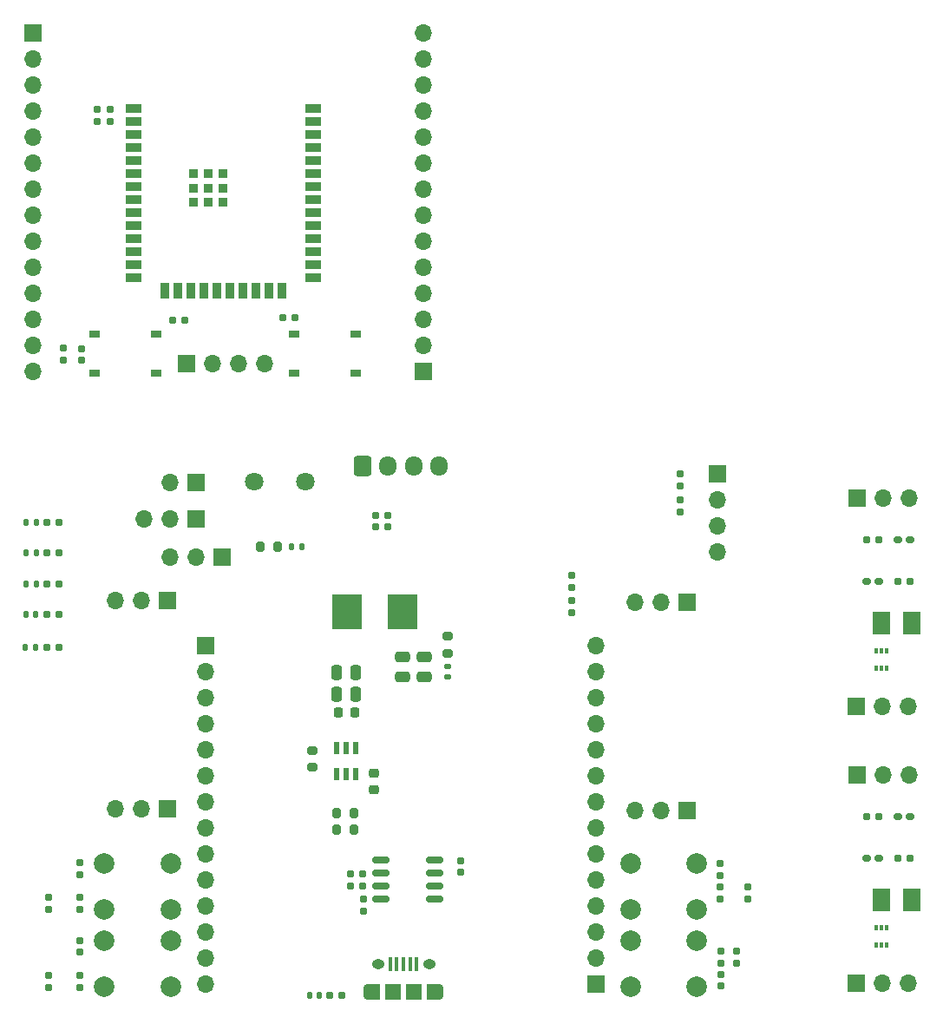
<source format=gbr>
%TF.GenerationSoftware,KiCad,Pcbnew,8.0.2*%
%TF.CreationDate,2024-05-05T14:46:41+02:00*%
%TF.ProjectId,Panelizacja,50616e65-6c69-47a6-9163-6a612e6b6963,rev?*%
%TF.SameCoordinates,Original*%
%TF.FileFunction,Soldermask,Top*%
%TF.FilePolarity,Negative*%
%FSLAX46Y46*%
G04 Gerber Fmt 4.6, Leading zero omitted, Abs format (unit mm)*
G04 Created by KiCad (PCBNEW 8.0.2) date 2024-05-05 14:46:41*
%MOMM*%
%LPD*%
G01*
G04 APERTURE LIST*
G04 Aperture macros list*
%AMRoundRect*
0 Rectangle with rounded corners*
0 $1 Rounding radius*
0 $2 $3 $4 $5 $6 $7 $8 $9 X,Y pos of 4 corners*
0 Add a 4 corners polygon primitive as box body*
4,1,4,$2,$3,$4,$5,$6,$7,$8,$9,$2,$3,0*
0 Add four circle primitives for the rounded corners*
1,1,$1+$1,$2,$3*
1,1,$1+$1,$4,$5*
1,1,$1+$1,$6,$7*
1,1,$1+$1,$8,$9*
0 Add four rect primitives between the rounded corners*
20,1,$1+$1,$2,$3,$4,$5,0*
20,1,$1+$1,$4,$5,$6,$7,0*
20,1,$1+$1,$6,$7,$8,$9,0*
20,1,$1+$1,$8,$9,$2,$3,0*%
G04 Aperture macros list end*
%ADD10RoundRect,0.250000X0.475000X-0.250000X0.475000X0.250000X-0.475000X0.250000X-0.475000X-0.250000X0*%
%ADD11RoundRect,0.155000X0.155000X-0.212500X0.155000X0.212500X-0.155000X0.212500X-0.155000X-0.212500X0*%
%ADD12RoundRect,0.160000X0.197500X0.160000X-0.197500X0.160000X-0.197500X-0.160000X0.197500X-0.160000X0*%
%ADD13RoundRect,0.160000X-0.197500X-0.160000X0.197500X-0.160000X0.197500X0.160000X-0.197500X0.160000X0*%
%ADD14RoundRect,0.147500X-0.147500X-0.172500X0.147500X-0.172500X0.147500X0.172500X-0.147500X0.172500X0*%
%ADD15C,1.800000*%
%ADD16RoundRect,0.147500X0.172500X-0.147500X0.172500X0.147500X-0.172500X0.147500X-0.172500X-0.147500X0*%
%ADD17RoundRect,0.160000X0.160000X-0.197500X0.160000X0.197500X-0.160000X0.197500X-0.160000X-0.197500X0*%
%ADD18R,1.700000X1.700000*%
%ADD19O,1.700000X1.700000*%
%ADD20RoundRect,0.250000X-0.250000X-0.475000X0.250000X-0.475000X0.250000X0.475000X-0.250000X0.475000X0*%
%ADD21R,0.600000X1.250000*%
%ADD22C,2.000000*%
%ADD23RoundRect,0.155000X-0.155000X0.212500X-0.155000X-0.212500X0.155000X-0.212500X0.155000X0.212500X0*%
%ADD24R,1.000000X0.750000*%
%ADD25RoundRect,0.160000X0.222500X0.160000X-0.222500X0.160000X-0.222500X-0.160000X0.222500X-0.160000X0*%
%ADD26RoundRect,0.160000X-0.222500X-0.160000X0.222500X-0.160000X0.222500X0.160000X-0.222500X0.160000X0*%
%ADD27RoundRect,0.200000X-0.200000X-0.275000X0.200000X-0.275000X0.200000X0.275000X-0.200000X0.275000X0*%
%ADD28RoundRect,0.160000X-0.160000X0.197500X-0.160000X-0.197500X0.160000X-0.197500X0.160000X0.197500X0*%
%ADD29RoundRect,0.225000X-0.225000X-0.250000X0.225000X-0.250000X0.225000X0.250000X-0.225000X0.250000X0*%
%ADD30RoundRect,0.200000X0.275000X-0.200000X0.275000X0.200000X-0.275000X0.200000X-0.275000X-0.200000X0*%
%ADD31RoundRect,0.225000X-0.250000X0.225000X-0.250000X-0.225000X0.250000X-0.225000X0.250000X0.225000X0*%
%ADD32R,2.950000X3.500000*%
%ADD33RoundRect,0.200000X0.200000X0.275000X-0.200000X0.275000X-0.200000X-0.275000X0.200000X-0.275000X0*%
%ADD34RoundRect,0.147500X0.147500X0.172500X-0.147500X0.172500X-0.147500X-0.172500X0.147500X-0.172500X0*%
%ADD35R,1.800000X2.250000*%
%ADD36RoundRect,0.150000X0.675000X0.150000X-0.675000X0.150000X-0.675000X-0.150000X0.675000X-0.150000X0*%
%ADD37R,0.300000X0.475000*%
%ADD38R,0.400000X1.350000*%
%ADD39O,0.900000X1.550000*%
%ADD40R,1.200000X1.550000*%
%ADD41O,1.250000X0.950000*%
%ADD42R,1.500000X1.550000*%
%ADD43R,1.500000X0.900000*%
%ADD44R,0.900000X1.500000*%
%ADD45R,0.900000X0.900000*%
%ADD46RoundRect,0.250000X-0.600000X-0.725000X0.600000X-0.725000X0.600000X0.725000X-0.600000X0.725000X0*%
%ADD47O,1.700000X1.950000*%
G04 APERTURE END LIST*
D10*
%TO.C,C5*%
X54007121Y-85742878D03*
X54007121Y-83842878D03*
%TD*%
D11*
%TO.C,C11*%
X85007121Y-105160378D03*
X85007121Y-104025378D03*
%TD*%
D12*
%TO.C,R1*%
X32797500Y-51000000D03*
X31602500Y-51000000D03*
%TD*%
%TO.C,R8*%
X50107121Y-106192878D03*
X48912121Y-106192878D03*
%TD*%
D13*
%TO.C,R2*%
X99318500Y-72384000D03*
X100513500Y-72384000D03*
%TD*%
D14*
%TO.C,D2*%
X17217121Y-82892878D03*
X18187121Y-82892878D03*
%TD*%
D15*
%TO.C,J12*%
X39507121Y-66692878D03*
X44507121Y-66692878D03*
%TD*%
D12*
%TO.C,R1*%
X103561500Y-103448000D03*
X102366500Y-103448000D03*
%TD*%
D16*
%TO.C,D4*%
X58457121Y-85777878D03*
X58457121Y-84807878D03*
%TD*%
D17*
%TO.C,R24*%
X22507121Y-108492878D03*
X22507121Y-107297878D03*
%TD*%
D18*
%TO.C,J2*%
X72882121Y-115792878D03*
D19*
X72882121Y-113252878D03*
X72882121Y-110712878D03*
X72882121Y-108172878D03*
X72882121Y-105632878D03*
X72882121Y-103092878D03*
X72882121Y-100552878D03*
X72882121Y-98012878D03*
X72882121Y-95472878D03*
X72882121Y-92932878D03*
X72882121Y-90392878D03*
X72882121Y-87852878D03*
X72882121Y-85312878D03*
X72882121Y-82772878D03*
%TD*%
D12*
%TO.C,R1*%
X103561500Y-76448000D03*
X102366500Y-76448000D03*
%TD*%
D20*
%TO.C,C6*%
X47582121Y-85392878D03*
X49482121Y-85392878D03*
%TD*%
D21*
%TO.C,IC1*%
X49482121Y-92742878D03*
X48532121Y-92742878D03*
X47582121Y-92742878D03*
X47582121Y-95242878D03*
X48532121Y-95242878D03*
X49482121Y-95242878D03*
%TD*%
D22*
%TO.C,SW4*%
X82757121Y-116042878D03*
X76257121Y-116042878D03*
X82757121Y-111542878D03*
X76257121Y-111542878D03*
%TD*%
D17*
%TO.C,R26*%
X86607121Y-113690378D03*
X86607121Y-112495378D03*
%TD*%
D13*
%TO.C,R2*%
X42352500Y-50750000D03*
X43547500Y-50750000D03*
%TD*%
%TO.C,R2*%
X99318500Y-99384000D03*
X100513500Y-99384000D03*
%TD*%
D23*
%TO.C,C12*%
X85107121Y-114825378D03*
X85107121Y-115960378D03*
%TD*%
D11*
%TO.C,C1*%
X24200000Y-31567500D03*
X24200000Y-30432500D03*
%TD*%
D18*
%TO.C,J3*%
X31107121Y-98692878D03*
D19*
X28567121Y-98692878D03*
X26027121Y-98692878D03*
%TD*%
D18*
%TO.C,J9*%
X36387121Y-74092878D03*
D19*
X33847121Y-74092878D03*
X31307121Y-74092878D03*
%TD*%
D14*
%TO.C,D8*%
X17307121Y-70692878D03*
X18277121Y-70692878D03*
%TD*%
D13*
%TO.C,R9*%
X46912121Y-116892878D03*
X48107121Y-116892878D03*
%TD*%
D17*
%TO.C,R1*%
X70507121Y-79487878D03*
X70507121Y-78292878D03*
%TD*%
D24*
%TO.C,SW2*%
X49450000Y-56125000D03*
X43450000Y-56125000D03*
X49450000Y-52375000D03*
X43450000Y-52375000D03*
%TD*%
D13*
%TO.C,R3*%
X51409621Y-69992878D03*
X52604621Y-69992878D03*
%TD*%
D25*
%TO.C,D1*%
X103536500Y-72384000D03*
X102391500Y-72384000D03*
%TD*%
D26*
%TO.C,D2*%
X99343500Y-76448000D03*
X100488500Y-76448000D03*
%TD*%
D18*
%TO.C,J11*%
X84732121Y-65992878D03*
D19*
X84732121Y-68532878D03*
X84732121Y-71072878D03*
X84732121Y-73612878D03*
%TD*%
D27*
%TO.C,R11*%
X47582121Y-100642878D03*
X49232121Y-100642878D03*
%TD*%
D13*
%TO.C,R4*%
X51409621Y-71092878D03*
X52604621Y-71092878D03*
%TD*%
D24*
%TO.C,SW1*%
X29950000Y-56125000D03*
X23950000Y-56125000D03*
X29950000Y-52375000D03*
X23950000Y-52375000D03*
%TD*%
D11*
%TO.C,C2*%
X25450000Y-31567500D03*
X25450000Y-30432500D03*
%TD*%
D25*
%TO.C,D1*%
X103536500Y-99384000D03*
X102391500Y-99384000D03*
%TD*%
D22*
%TO.C,SW3*%
X76257121Y-103992878D03*
X82757121Y-103992878D03*
X76257121Y-108492878D03*
X82757121Y-108492878D03*
%TD*%
D14*
%TO.C,D6*%
X17304621Y-76692878D03*
X18274621Y-76692878D03*
%TD*%
D12*
%TO.C,R7*%
X50104621Y-104992878D03*
X48909621Y-104992878D03*
%TD*%
D18*
%TO.C,J5*%
X81807121Y-78492878D03*
D19*
X79267121Y-78492878D03*
X76727121Y-78492878D03*
%TD*%
D28*
%TO.C,R21*%
X19507121Y-114895378D03*
X19507121Y-116090378D03*
%TD*%
D14*
%TO.C,D1*%
X44924621Y-116892878D03*
X45894621Y-116892878D03*
%TD*%
D18*
%TO.C,J6*%
X81807121Y-98812878D03*
D19*
X79267121Y-98812878D03*
X76727121Y-98812878D03*
%TD*%
D14*
%TO.C,D5*%
X17239621Y-79692878D03*
X18209621Y-79692878D03*
%TD*%
D29*
%TO.C,C8*%
X47782121Y-89292878D03*
X49332121Y-89292878D03*
%TD*%
D18*
%TO.C,J1*%
X34782121Y-82772878D03*
D19*
X34782121Y-85312878D03*
X34782121Y-87852878D03*
X34782121Y-90392878D03*
X34782121Y-92932878D03*
X34782121Y-95472878D03*
X34782121Y-98012878D03*
X34782121Y-100552878D03*
X34782121Y-103092878D03*
X34782121Y-105632878D03*
X34782121Y-108172878D03*
X34782121Y-110712878D03*
X34782121Y-113252878D03*
X34782121Y-115792878D03*
%TD*%
D18*
%TO.C,J4*%
X31107121Y-78372878D03*
D19*
X28567121Y-78372878D03*
X26027121Y-78372878D03*
%TD*%
D20*
%TO.C,C7*%
X47582121Y-87492878D03*
X49482121Y-87492878D03*
%TD*%
D11*
%TO.C,C10*%
X22507121Y-112660378D03*
X22507121Y-111525378D03*
%TD*%
D30*
%TO.C,R10*%
X45182121Y-94617878D03*
X45182121Y-92967878D03*
%TD*%
D17*
%TO.C,R5*%
X81107121Y-67190378D03*
X81107121Y-65995378D03*
%TD*%
D28*
%TO.C,R27*%
X85107121Y-112495378D03*
X85107121Y-113690378D03*
%TD*%
D12*
%TO.C,R18*%
X20502121Y-73692878D03*
X19307121Y-73692878D03*
%TD*%
D31*
%TO.C,C3*%
X51257121Y-95217878D03*
X51257121Y-96767878D03*
%TD*%
D32*
%TO.C,L1*%
X54007121Y-79392878D03*
X48557121Y-79392878D03*
%TD*%
D33*
%TO.C,R12*%
X49232121Y-99042878D03*
X47582121Y-99042878D03*
%TD*%
D34*
%TO.C,D3*%
X44182121Y-73092878D03*
X43212121Y-73092878D03*
%TD*%
D17*
%TO.C,R6*%
X81107121Y-69690378D03*
X81107121Y-68495378D03*
%TD*%
D35*
%TO.C,C1*%
X100777400Y-107512000D03*
X103677400Y-107512000D03*
%TD*%
D23*
%TO.C,C3*%
X20900000Y-53732500D03*
X20900000Y-54867500D03*
%TD*%
D18*
%TO.C,J10*%
X33847121Y-70392878D03*
D19*
X31307121Y-70392878D03*
X28767121Y-70392878D03*
%TD*%
D11*
%TO.C,C9*%
X22507121Y-105060378D03*
X22507121Y-103925378D03*
%TD*%
D36*
%TO.C,U1*%
X57132121Y-107497878D03*
X57132121Y-106227878D03*
X57132121Y-104957878D03*
X57132121Y-103687878D03*
X51882121Y-103687878D03*
X51882121Y-104957878D03*
X51882121Y-106227878D03*
X51882121Y-107497878D03*
%TD*%
D26*
%TO.C,D2*%
X99343500Y-103448000D03*
X100488500Y-103448000D03*
%TD*%
D12*
%TO.C,R19*%
X20502121Y-70692878D03*
X19307121Y-70692878D03*
%TD*%
D22*
%TO.C,SW2*%
X24907121Y-111542878D03*
X31407121Y-111542878D03*
X24907121Y-116042878D03*
X31407121Y-116042878D03*
%TD*%
D37*
%TO.C,IC1*%
X100250600Y-84906000D03*
X100750600Y-84906000D03*
X101250600Y-84906000D03*
X101250600Y-83230000D03*
X100750600Y-83230000D03*
X100250600Y-83230000D03*
%TD*%
D17*
%TO.C,R2*%
X70507121Y-77085378D03*
X70507121Y-75890378D03*
%TD*%
D22*
%TO.C,SW1*%
X24907121Y-103942878D03*
X31407121Y-103942878D03*
X24907121Y-108442878D03*
X31407121Y-108442878D03*
%TD*%
D10*
%TO.C,C4*%
X56107121Y-85742878D03*
X56107121Y-83842878D03*
%TD*%
D28*
%TO.C,R23*%
X87707121Y-106295378D03*
X87707121Y-107490378D03*
%TD*%
D38*
%TO.C,J14*%
X52807121Y-113792878D03*
X53457121Y-113792878D03*
X54107121Y-113792878D03*
X54757121Y-113792878D03*
X55407121Y-113792878D03*
D39*
X50607121Y-116492878D03*
D40*
X51207121Y-116492878D03*
D41*
X51607121Y-113792878D03*
D42*
X53107121Y-116492878D03*
X55107121Y-116492878D03*
D41*
X56607121Y-113792878D03*
D40*
X57007121Y-116492878D03*
D39*
X57607121Y-116492878D03*
%TD*%
D12*
%TO.C,R17*%
X20502121Y-76692878D03*
X19307121Y-76692878D03*
%TD*%
D37*
%TO.C,IC1*%
X100250600Y-111906000D03*
X100750600Y-111906000D03*
X101250600Y-111906000D03*
X101250600Y-110230000D03*
X100750600Y-110230000D03*
X100250600Y-110230000D03*
%TD*%
D23*
%TO.C,C2*%
X50207121Y-107492878D03*
X50207121Y-108627878D03*
%TD*%
D35*
%TO.C,C1*%
X100777400Y-80512000D03*
X103677400Y-80512000D03*
%TD*%
D14*
%TO.C,D7*%
X17304621Y-73692878D03*
X18274621Y-73692878D03*
%TD*%
D17*
%TO.C,R25*%
X85007121Y-107490378D03*
X85007121Y-106295378D03*
%TD*%
D23*
%TO.C,C1*%
X59707121Y-103725378D03*
X59707121Y-104860378D03*
%TD*%
D30*
%TO.C,R15*%
X58457121Y-83482878D03*
X58457121Y-81832878D03*
%TD*%
D43*
%TO.C,IC1*%
X27800000Y-30360000D03*
X27800000Y-31630000D03*
X27800000Y-32900000D03*
X27800000Y-34170000D03*
X27800000Y-35440000D03*
X27800000Y-36710000D03*
X27800000Y-37980000D03*
X27800000Y-39250000D03*
X27800000Y-40520000D03*
X27800000Y-41790000D03*
X27800000Y-43060000D03*
X27800000Y-44330000D03*
X27800000Y-45600000D03*
X27800000Y-46870000D03*
D44*
X30835000Y-48120000D03*
X32105000Y-48120000D03*
X33375000Y-48120000D03*
X34645000Y-48120000D03*
X35915000Y-48120000D03*
X37185000Y-48120000D03*
X38455000Y-48120000D03*
X39725000Y-48120000D03*
X40995000Y-48120000D03*
X42265000Y-48120000D03*
D43*
X45300000Y-46870000D03*
X45300000Y-45600000D03*
X45300000Y-44330000D03*
X45300000Y-43060000D03*
X45300000Y-41790000D03*
X45300000Y-40520000D03*
X45300000Y-39250000D03*
X45300000Y-37980000D03*
X45300000Y-36710000D03*
X45300000Y-35440000D03*
X45300000Y-34170000D03*
X45300000Y-32900000D03*
X45300000Y-31630000D03*
X45300000Y-30360000D03*
D45*
X33650000Y-36680000D03*
X33650000Y-38080000D03*
X33650000Y-39480000D03*
X35050000Y-39480000D03*
X36450000Y-39480000D03*
X36450000Y-38080000D03*
X36450000Y-36680000D03*
X35050000Y-36680000D03*
X35050000Y-38080000D03*
%TD*%
D12*
%TO.C,R14*%
X20522121Y-79692878D03*
X19327121Y-79692878D03*
%TD*%
D18*
%TO.C,J8*%
X33832121Y-66792878D03*
D19*
X31292121Y-66792878D03*
%TD*%
D11*
%TO.C,C4*%
X22700000Y-54885000D03*
X22700000Y-53750000D03*
%TD*%
D12*
%TO.C,R13*%
X20502121Y-82892878D03*
X19307121Y-82892878D03*
%TD*%
D28*
%TO.C,R20*%
X19507121Y-107295378D03*
X19507121Y-108490378D03*
%TD*%
D18*
%TO.C,J3*%
X32900000Y-55250000D03*
D19*
X35440000Y-55250000D03*
X37980000Y-55250000D03*
X40520000Y-55250000D03*
%TD*%
D17*
%TO.C,R22*%
X22507121Y-116090378D03*
X22507121Y-114895378D03*
%TD*%
D46*
%TO.C,J7*%
X50107121Y-65192878D03*
D47*
X52607121Y-65192878D03*
X55107121Y-65192878D03*
X57607121Y-65192878D03*
%TD*%
D33*
%TO.C,R16*%
X41807121Y-73092878D03*
X40157121Y-73092878D03*
%TD*%
D18*
%TO.C,J2*%
X98407000Y-95320000D03*
D19*
X100947000Y-95320000D03*
X103487000Y-95320000D03*
%TD*%
D18*
%TO.C,J1*%
X98280000Y-88640000D03*
D19*
X100820000Y-88640000D03*
X103360000Y-88640000D03*
%TD*%
D18*
%TO.C,J1*%
X56060000Y-55940000D03*
D19*
X56060000Y-53400000D03*
X56060000Y-50860000D03*
X56060000Y-48320000D03*
X56060000Y-45780000D03*
X56060000Y-43240000D03*
X56060000Y-40700000D03*
X56060000Y-38160000D03*
X56060000Y-35620000D03*
X56060000Y-33080000D03*
X56060000Y-30540000D03*
X56060000Y-28000000D03*
X56060000Y-25460000D03*
X56060000Y-22920000D03*
%TD*%
D18*
%TO.C,J1*%
X98280000Y-115640000D03*
D19*
X100820000Y-115640000D03*
X103360000Y-115640000D03*
%TD*%
D18*
%TO.C,J2*%
X98407000Y-68320000D03*
D19*
X100947000Y-68320000D03*
X103487000Y-68320000D03*
%TD*%
D18*
%TO.C,J2*%
X17960000Y-22920000D03*
D19*
X17960000Y-25460000D03*
X17960000Y-28000000D03*
X17960000Y-30540000D03*
X17960000Y-33080000D03*
X17960000Y-35620000D03*
X17960000Y-38160000D03*
X17960000Y-40700000D03*
X17960000Y-43240000D03*
X17960000Y-45780000D03*
X17960000Y-48320000D03*
X17960000Y-50860000D03*
X17960000Y-53400000D03*
X17960000Y-55940000D03*
%TD*%
M02*

</source>
